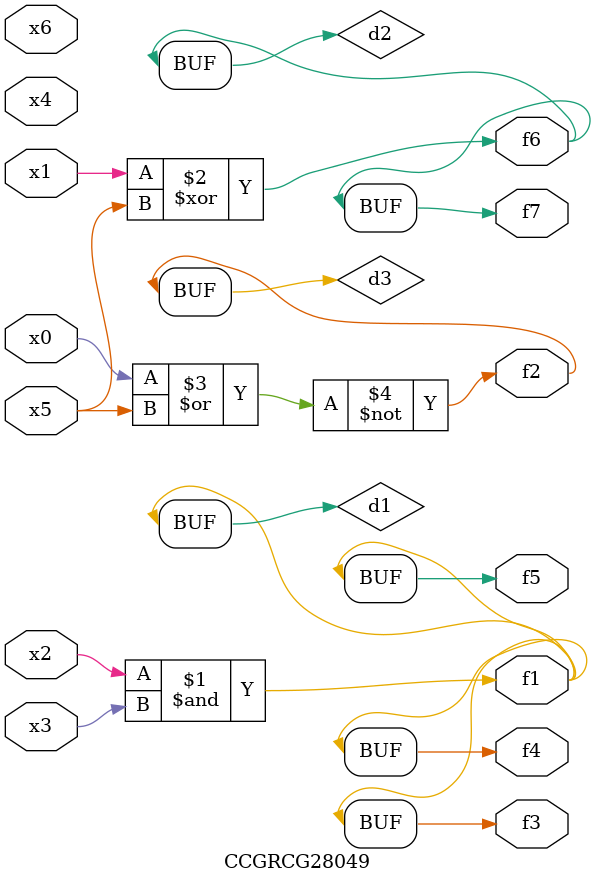
<source format=v>
module CCGRCG28049(
	input x0, x1, x2, x3, x4, x5, x6,
	output f1, f2, f3, f4, f5, f6, f7
);

	wire d1, d2, d3;

	and (d1, x2, x3);
	xor (d2, x1, x5);
	nor (d3, x0, x5);
	assign f1 = d1;
	assign f2 = d3;
	assign f3 = d1;
	assign f4 = d1;
	assign f5 = d1;
	assign f6 = d2;
	assign f7 = d2;
endmodule

</source>
